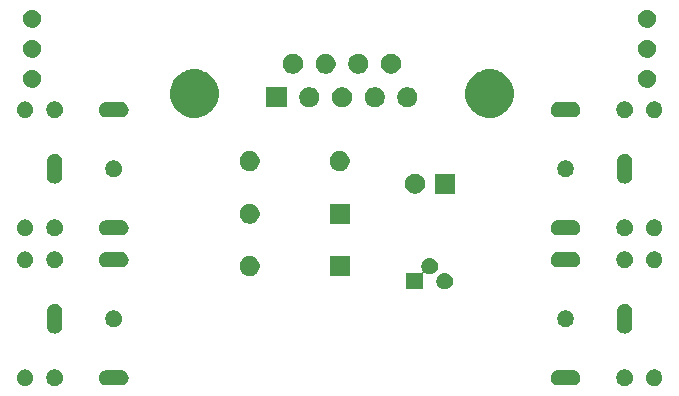
<source format=gbr>
G04 #@! TF.GenerationSoftware,KiCad,Pcbnew,(5.1.5)-3*
G04 #@! TF.CreationDate,2020-05-15T10:26:44+02:00*
G04 #@! TF.ProjectId,kenwood-tnc,6b656e77-6f6f-4642-9d74-6e632e6b6963,rev?*
G04 #@! TF.SameCoordinates,Original*
G04 #@! TF.FileFunction,Soldermask,Top*
G04 #@! TF.FilePolarity,Negative*
%FSLAX46Y46*%
G04 Gerber Fmt 4.6, Leading zero omitted, Abs format (unit mm)*
G04 Created by KiCad (PCBNEW (5.1.5)-3) date 2020-05-15 10:26:44*
%MOMM*%
%LPD*%
G04 APERTURE LIST*
%ADD10C,0.100000*%
G04 APERTURE END LIST*
D10*
G36*
X103034473Y-51315938D02*
G01*
X103162049Y-51368782D01*
X103276859Y-51445495D01*
X103374505Y-51543141D01*
X103451218Y-51657951D01*
X103504062Y-51785527D01*
X103531000Y-51920956D01*
X103531000Y-52059044D01*
X103504062Y-52194473D01*
X103451218Y-52322049D01*
X103374505Y-52436859D01*
X103276859Y-52534505D01*
X103162049Y-52611218D01*
X103034473Y-52664062D01*
X102899044Y-52691000D01*
X102760956Y-52691000D01*
X102625527Y-52664062D01*
X102497951Y-52611218D01*
X102383141Y-52534505D01*
X102285495Y-52436859D01*
X102208782Y-52322049D01*
X102155938Y-52194473D01*
X102129000Y-52059044D01*
X102129000Y-51920956D01*
X102155938Y-51785527D01*
X102208782Y-51657951D01*
X102285495Y-51543141D01*
X102383141Y-51445495D01*
X102497951Y-51368782D01*
X102625527Y-51315938D01*
X102760956Y-51289000D01*
X102899044Y-51289000D01*
X103034473Y-51315938D01*
G37*
G36*
X100534473Y-51315938D02*
G01*
X100662049Y-51368782D01*
X100776859Y-51445495D01*
X100874505Y-51543141D01*
X100951218Y-51657951D01*
X101004062Y-51785527D01*
X101031000Y-51920956D01*
X101031000Y-52059044D01*
X101004062Y-52194473D01*
X100951218Y-52322049D01*
X100874505Y-52436859D01*
X100776859Y-52534505D01*
X100662049Y-52611218D01*
X100534473Y-52664062D01*
X100399044Y-52691000D01*
X100260956Y-52691000D01*
X100125527Y-52664062D01*
X99997951Y-52611218D01*
X99883141Y-52534505D01*
X99785495Y-52436859D01*
X99708782Y-52322049D01*
X99655938Y-52194473D01*
X99629000Y-52059044D01*
X99629000Y-51920956D01*
X99655938Y-51785527D01*
X99708782Y-51657951D01*
X99785495Y-51543141D01*
X99883141Y-51445495D01*
X99997951Y-51368782D01*
X100125527Y-51315938D01*
X100260956Y-51289000D01*
X100399044Y-51289000D01*
X100534473Y-51315938D01*
G37*
G36*
X52274473Y-51315938D02*
G01*
X52402049Y-51368782D01*
X52516859Y-51445495D01*
X52614505Y-51543141D01*
X52691218Y-51657951D01*
X52744062Y-51785527D01*
X52771000Y-51920956D01*
X52771000Y-52059044D01*
X52744062Y-52194473D01*
X52691218Y-52322049D01*
X52614505Y-52436859D01*
X52516859Y-52534505D01*
X52402049Y-52611218D01*
X52274473Y-52664062D01*
X52139044Y-52691000D01*
X52000956Y-52691000D01*
X51865527Y-52664062D01*
X51737951Y-52611218D01*
X51623141Y-52534505D01*
X51525495Y-52436859D01*
X51448782Y-52322049D01*
X51395938Y-52194473D01*
X51369000Y-52059044D01*
X51369000Y-51920956D01*
X51395938Y-51785527D01*
X51448782Y-51657951D01*
X51525495Y-51543141D01*
X51623141Y-51445495D01*
X51737951Y-51368782D01*
X51865527Y-51315938D01*
X52000956Y-51289000D01*
X52139044Y-51289000D01*
X52274473Y-51315938D01*
G37*
G36*
X49774473Y-51315938D02*
G01*
X49902049Y-51368782D01*
X50016859Y-51445495D01*
X50114505Y-51543141D01*
X50191218Y-51657951D01*
X50244062Y-51785527D01*
X50271000Y-51920956D01*
X50271000Y-52059044D01*
X50244062Y-52194473D01*
X50191218Y-52322049D01*
X50114505Y-52436859D01*
X50016859Y-52534505D01*
X49902049Y-52611218D01*
X49774473Y-52664062D01*
X49639044Y-52691000D01*
X49500956Y-52691000D01*
X49365527Y-52664062D01*
X49237951Y-52611218D01*
X49123141Y-52534505D01*
X49025495Y-52436859D01*
X48948782Y-52322049D01*
X48895938Y-52194473D01*
X48869000Y-52059044D01*
X48869000Y-51920956D01*
X48895938Y-51785527D01*
X48948782Y-51657951D01*
X49025495Y-51543141D01*
X49123141Y-51445495D01*
X49237951Y-51368782D01*
X49365527Y-51315938D01*
X49500956Y-51289000D01*
X49639044Y-51289000D01*
X49774473Y-51315938D01*
G37*
G36*
X96062401Y-51344477D02*
G01*
X96185871Y-51381931D01*
X96223800Y-51402205D01*
X96299659Y-51442752D01*
X96399396Y-51524604D01*
X96481248Y-51624341D01*
X96499213Y-51657952D01*
X96542069Y-51738129D01*
X96579523Y-51861599D01*
X96592169Y-51990000D01*
X96579523Y-52118401D01*
X96542069Y-52241871D01*
X96521795Y-52279800D01*
X96481248Y-52355659D01*
X96399396Y-52455396D01*
X96299659Y-52537248D01*
X96223800Y-52577795D01*
X96185871Y-52598069D01*
X96062401Y-52635523D01*
X95966178Y-52645000D01*
X94693822Y-52645000D01*
X94597599Y-52635523D01*
X94474129Y-52598069D01*
X94436200Y-52577795D01*
X94360341Y-52537248D01*
X94260604Y-52455396D01*
X94178752Y-52355659D01*
X94138205Y-52279800D01*
X94117931Y-52241871D01*
X94080477Y-52118401D01*
X94067831Y-51990000D01*
X94080477Y-51861599D01*
X94117931Y-51738129D01*
X94160787Y-51657952D01*
X94178752Y-51624341D01*
X94260604Y-51524604D01*
X94360341Y-51442752D01*
X94436200Y-51402205D01*
X94474129Y-51381931D01*
X94597599Y-51344477D01*
X94693822Y-51335000D01*
X95966178Y-51335000D01*
X96062401Y-51344477D01*
G37*
G36*
X57802401Y-51344477D02*
G01*
X57925871Y-51381931D01*
X57963800Y-51402205D01*
X58039659Y-51442752D01*
X58139396Y-51524604D01*
X58221248Y-51624341D01*
X58239213Y-51657952D01*
X58282069Y-51738129D01*
X58319523Y-51861599D01*
X58332169Y-51990000D01*
X58319523Y-52118401D01*
X58282069Y-52241871D01*
X58261795Y-52279800D01*
X58221248Y-52355659D01*
X58139396Y-52455396D01*
X58039659Y-52537248D01*
X57963800Y-52577795D01*
X57925871Y-52598069D01*
X57802401Y-52635523D01*
X57706178Y-52645000D01*
X56433822Y-52645000D01*
X56337599Y-52635523D01*
X56214129Y-52598069D01*
X56176200Y-52577795D01*
X56100341Y-52537248D01*
X56000604Y-52455396D01*
X55918752Y-52355659D01*
X55878205Y-52279800D01*
X55857931Y-52241871D01*
X55820477Y-52118401D01*
X55807831Y-51990000D01*
X55820477Y-51861599D01*
X55857931Y-51738129D01*
X55900787Y-51657952D01*
X55918752Y-51624341D01*
X56000604Y-51524604D01*
X56100341Y-51442752D01*
X56176200Y-51402205D01*
X56214129Y-51381931D01*
X56337599Y-51344477D01*
X56433822Y-51335000D01*
X57706178Y-51335000D01*
X57802401Y-51344477D01*
G37*
G36*
X100458401Y-45740477D02*
G01*
X100581871Y-45777931D01*
X100619800Y-45798205D01*
X100695659Y-45838752D01*
X100795396Y-45920604D01*
X100877248Y-46020341D01*
X100917795Y-46096200D01*
X100938069Y-46134129D01*
X100975523Y-46257599D01*
X100985000Y-46353822D01*
X100985000Y-47626178D01*
X100975523Y-47722401D01*
X100938069Y-47845871D01*
X100917795Y-47883800D01*
X100877248Y-47959659D01*
X100795396Y-48059396D01*
X100695658Y-48141248D01*
X100642691Y-48169559D01*
X100581870Y-48202069D01*
X100458400Y-48239523D01*
X100330000Y-48252169D01*
X100201599Y-48239523D01*
X100078129Y-48202069D01*
X100040200Y-48181795D01*
X99964341Y-48141248D01*
X99864604Y-48059396D01*
X99782752Y-47959658D01*
X99721932Y-47845871D01*
X99721931Y-47845870D01*
X99684477Y-47722400D01*
X99675000Y-47626177D01*
X99675001Y-46353822D01*
X99684478Y-46257599D01*
X99721932Y-46134129D01*
X99742206Y-46096200D01*
X99782753Y-46020341D01*
X99864605Y-45920604D01*
X99964342Y-45838752D01*
X100040201Y-45798205D01*
X100078130Y-45777931D01*
X100201600Y-45740477D01*
X100330000Y-45727831D01*
X100458401Y-45740477D01*
G37*
G36*
X52198400Y-45740477D02*
G01*
X52321870Y-45777931D01*
X52382691Y-45810441D01*
X52435658Y-45838752D01*
X52535396Y-45920604D01*
X52617248Y-46020341D01*
X52657795Y-46096200D01*
X52678069Y-46134129D01*
X52715523Y-46257599D01*
X52725000Y-46353822D01*
X52725000Y-47626178D01*
X52715523Y-47722401D01*
X52678069Y-47845871D01*
X52657795Y-47883800D01*
X52617248Y-47959659D01*
X52535396Y-48059396D01*
X52435659Y-48141248D01*
X52359800Y-48181795D01*
X52321871Y-48202069D01*
X52198401Y-48239523D01*
X52070000Y-48252169D01*
X51941600Y-48239523D01*
X51818130Y-48202069D01*
X51780201Y-48181795D01*
X51704342Y-48141248D01*
X51604605Y-48059396D01*
X51522753Y-47959659D01*
X51482206Y-47883800D01*
X51461932Y-47845871D01*
X51424478Y-47722401D01*
X51415001Y-47626178D01*
X51415000Y-46353823D01*
X51424477Y-46257600D01*
X51461931Y-46134130D01*
X51494441Y-46073309D01*
X51522752Y-46020342D01*
X51604604Y-45920604D01*
X51704341Y-45838752D01*
X51780200Y-45798205D01*
X51818129Y-45777931D01*
X51941599Y-45740477D01*
X52070000Y-45727831D01*
X52198400Y-45740477D01*
G37*
G36*
X57274473Y-46315938D02*
G01*
X57402049Y-46368782D01*
X57516859Y-46445495D01*
X57614505Y-46543141D01*
X57691218Y-46657951D01*
X57744062Y-46785527D01*
X57771000Y-46920956D01*
X57771000Y-47059044D01*
X57744062Y-47194473D01*
X57691218Y-47322049D01*
X57614505Y-47436859D01*
X57516859Y-47534505D01*
X57402049Y-47611218D01*
X57274473Y-47664062D01*
X57139044Y-47691000D01*
X57000956Y-47691000D01*
X56865527Y-47664062D01*
X56737951Y-47611218D01*
X56623141Y-47534505D01*
X56525495Y-47436859D01*
X56448782Y-47322049D01*
X56395938Y-47194473D01*
X56369000Y-47059044D01*
X56369000Y-46920956D01*
X56395938Y-46785527D01*
X56448782Y-46657951D01*
X56525495Y-46543141D01*
X56623141Y-46445495D01*
X56737951Y-46368782D01*
X56865527Y-46315938D01*
X57000956Y-46289000D01*
X57139044Y-46289000D01*
X57274473Y-46315938D01*
G37*
G36*
X95534473Y-46315938D02*
G01*
X95662049Y-46368782D01*
X95776859Y-46445495D01*
X95874505Y-46543141D01*
X95951218Y-46657951D01*
X96004062Y-46785527D01*
X96031000Y-46920956D01*
X96031000Y-47059044D01*
X96004062Y-47194473D01*
X95951218Y-47322049D01*
X95874505Y-47436859D01*
X95776859Y-47534505D01*
X95662049Y-47611218D01*
X95534473Y-47664062D01*
X95399044Y-47691000D01*
X95260956Y-47691000D01*
X95125527Y-47664062D01*
X94997951Y-47611218D01*
X94883141Y-47534505D01*
X94785495Y-47436859D01*
X94708782Y-47322049D01*
X94655938Y-47194473D01*
X94629000Y-47059044D01*
X94629000Y-46920956D01*
X94655938Y-46785527D01*
X94708782Y-46657951D01*
X94785495Y-46543141D01*
X94883141Y-46445495D01*
X94997951Y-46368782D01*
X95125527Y-46315938D01*
X95260956Y-46289000D01*
X95399044Y-46289000D01*
X95534473Y-46315938D01*
G37*
G36*
X85294473Y-43140938D02*
G01*
X85422049Y-43193782D01*
X85536859Y-43270495D01*
X85634505Y-43368141D01*
X85711218Y-43482951D01*
X85764062Y-43610527D01*
X85791000Y-43745956D01*
X85791000Y-43884044D01*
X85764062Y-44019473D01*
X85711218Y-44147049D01*
X85634505Y-44261859D01*
X85536859Y-44359505D01*
X85422049Y-44436218D01*
X85294473Y-44489062D01*
X85159044Y-44516000D01*
X85020956Y-44516000D01*
X84885527Y-44489062D01*
X84757951Y-44436218D01*
X84643141Y-44359505D01*
X84545495Y-44261859D01*
X84468782Y-44147049D01*
X84415938Y-44019473D01*
X84389000Y-43884044D01*
X84389000Y-43745956D01*
X84415938Y-43610527D01*
X84468782Y-43482951D01*
X84545495Y-43368141D01*
X84643141Y-43270495D01*
X84757951Y-43193782D01*
X84885527Y-43140938D01*
X85020956Y-43114000D01*
X85159044Y-43114000D01*
X85294473Y-43140938D01*
G37*
G36*
X84024473Y-41870938D02*
G01*
X84152049Y-41923782D01*
X84266859Y-42000495D01*
X84364505Y-42098141D01*
X84441218Y-42212951D01*
X84494062Y-42340527D01*
X84521000Y-42475956D01*
X84521000Y-42614044D01*
X84494062Y-42749473D01*
X84441218Y-42877049D01*
X84364505Y-42991859D01*
X84266859Y-43089505D01*
X84152049Y-43166218D01*
X84024473Y-43219062D01*
X83889044Y-43246000D01*
X83750956Y-43246000D01*
X83615527Y-43219062D01*
X83487951Y-43166218D01*
X83445444Y-43137816D01*
X83423833Y-43126265D01*
X83400384Y-43119152D01*
X83375998Y-43116750D01*
X83351612Y-43119152D01*
X83328163Y-43126265D01*
X83306553Y-43137817D01*
X83287611Y-43153362D01*
X83272066Y-43172304D01*
X83260515Y-43193915D01*
X83253402Y-43217364D01*
X83251000Y-43241749D01*
X83251000Y-44516000D01*
X81849000Y-44516000D01*
X81849000Y-43114000D01*
X83123251Y-43114000D01*
X83147637Y-43111598D01*
X83171086Y-43104485D01*
X83192697Y-43092934D01*
X83211639Y-43077389D01*
X83227184Y-43058447D01*
X83238735Y-43036836D01*
X83245848Y-43013387D01*
X83248250Y-42989001D01*
X83245848Y-42964615D01*
X83238735Y-42941166D01*
X83227184Y-42919556D01*
X83198782Y-42877049D01*
X83145938Y-42749473D01*
X83119000Y-42614044D01*
X83119000Y-42475956D01*
X83145938Y-42340527D01*
X83198782Y-42212951D01*
X83275495Y-42098141D01*
X83373141Y-42000495D01*
X83487951Y-41923782D01*
X83615527Y-41870938D01*
X83750956Y-41844000D01*
X83889044Y-41844000D01*
X84024473Y-41870938D01*
G37*
G36*
X77051000Y-43396000D02*
G01*
X75349000Y-43396000D01*
X75349000Y-41694000D01*
X77051000Y-41694000D01*
X77051000Y-43396000D01*
G37*
G36*
X68828228Y-41726703D02*
G01*
X68983100Y-41790853D01*
X69122481Y-41883985D01*
X69241015Y-42002519D01*
X69334147Y-42141900D01*
X69398297Y-42296772D01*
X69431000Y-42461184D01*
X69431000Y-42628816D01*
X69398297Y-42793228D01*
X69334147Y-42948100D01*
X69241015Y-43087481D01*
X69122481Y-43206015D01*
X68983100Y-43299147D01*
X68828228Y-43363297D01*
X68663816Y-43396000D01*
X68496184Y-43396000D01*
X68331772Y-43363297D01*
X68176900Y-43299147D01*
X68037519Y-43206015D01*
X67918985Y-43087481D01*
X67825853Y-42948100D01*
X67761703Y-42793228D01*
X67729000Y-42628816D01*
X67729000Y-42461184D01*
X67761703Y-42296772D01*
X67825853Y-42141900D01*
X67918985Y-42002519D01*
X68037519Y-41883985D01*
X68176900Y-41790853D01*
X68331772Y-41726703D01*
X68496184Y-41694000D01*
X68663816Y-41694000D01*
X68828228Y-41726703D01*
G37*
G36*
X100534473Y-41315938D02*
G01*
X100662049Y-41368782D01*
X100776859Y-41445495D01*
X100874505Y-41543141D01*
X100951218Y-41657951D01*
X101004062Y-41785527D01*
X101031000Y-41920956D01*
X101031000Y-42059044D01*
X101004062Y-42194473D01*
X100951218Y-42322049D01*
X100874505Y-42436859D01*
X100776859Y-42534505D01*
X100662049Y-42611218D01*
X100534473Y-42664062D01*
X100399044Y-42691000D01*
X100260956Y-42691000D01*
X100125527Y-42664062D01*
X99997951Y-42611218D01*
X99883141Y-42534505D01*
X99785495Y-42436859D01*
X99708782Y-42322049D01*
X99655938Y-42194473D01*
X99629000Y-42059044D01*
X99629000Y-41920956D01*
X99655938Y-41785527D01*
X99708782Y-41657951D01*
X99785495Y-41543141D01*
X99883141Y-41445495D01*
X99997951Y-41368782D01*
X100125527Y-41315938D01*
X100260956Y-41289000D01*
X100399044Y-41289000D01*
X100534473Y-41315938D01*
G37*
G36*
X52274473Y-41315938D02*
G01*
X52402049Y-41368782D01*
X52516859Y-41445495D01*
X52614505Y-41543141D01*
X52691218Y-41657951D01*
X52744062Y-41785527D01*
X52771000Y-41920956D01*
X52771000Y-42059044D01*
X52744062Y-42194473D01*
X52691218Y-42322049D01*
X52614505Y-42436859D01*
X52516859Y-42534505D01*
X52402049Y-42611218D01*
X52274473Y-42664062D01*
X52139044Y-42691000D01*
X52000956Y-42691000D01*
X51865527Y-42664062D01*
X51737951Y-42611218D01*
X51623141Y-42534505D01*
X51525495Y-42436859D01*
X51448782Y-42322049D01*
X51395938Y-42194473D01*
X51369000Y-42059044D01*
X51369000Y-41920956D01*
X51395938Y-41785527D01*
X51448782Y-41657951D01*
X51525495Y-41543141D01*
X51623141Y-41445495D01*
X51737951Y-41368782D01*
X51865527Y-41315938D01*
X52000956Y-41289000D01*
X52139044Y-41289000D01*
X52274473Y-41315938D01*
G37*
G36*
X49774473Y-41315938D02*
G01*
X49902049Y-41368782D01*
X50016859Y-41445495D01*
X50114505Y-41543141D01*
X50191218Y-41657951D01*
X50244062Y-41785527D01*
X50271000Y-41920956D01*
X50271000Y-42059044D01*
X50244062Y-42194473D01*
X50191218Y-42322049D01*
X50114505Y-42436859D01*
X50016859Y-42534505D01*
X49902049Y-42611218D01*
X49774473Y-42664062D01*
X49639044Y-42691000D01*
X49500956Y-42691000D01*
X49365527Y-42664062D01*
X49237951Y-42611218D01*
X49123141Y-42534505D01*
X49025495Y-42436859D01*
X48948782Y-42322049D01*
X48895938Y-42194473D01*
X48869000Y-42059044D01*
X48869000Y-41920956D01*
X48895938Y-41785527D01*
X48948782Y-41657951D01*
X49025495Y-41543141D01*
X49123141Y-41445495D01*
X49237951Y-41368782D01*
X49365527Y-41315938D01*
X49500956Y-41289000D01*
X49639044Y-41289000D01*
X49774473Y-41315938D01*
G37*
G36*
X103034473Y-41315938D02*
G01*
X103162049Y-41368782D01*
X103276859Y-41445495D01*
X103374505Y-41543141D01*
X103451218Y-41657951D01*
X103504062Y-41785527D01*
X103531000Y-41920956D01*
X103531000Y-42059044D01*
X103504062Y-42194473D01*
X103451218Y-42322049D01*
X103374505Y-42436859D01*
X103276859Y-42534505D01*
X103162049Y-42611218D01*
X103034473Y-42664062D01*
X102899044Y-42691000D01*
X102760956Y-42691000D01*
X102625527Y-42664062D01*
X102497951Y-42611218D01*
X102383141Y-42534505D01*
X102285495Y-42436859D01*
X102208782Y-42322049D01*
X102155938Y-42194473D01*
X102129000Y-42059044D01*
X102129000Y-41920956D01*
X102155938Y-41785527D01*
X102208782Y-41657951D01*
X102285495Y-41543141D01*
X102383141Y-41445495D01*
X102497951Y-41368782D01*
X102625527Y-41315938D01*
X102760956Y-41289000D01*
X102899044Y-41289000D01*
X103034473Y-41315938D01*
G37*
G36*
X96062401Y-41344477D02*
G01*
X96185871Y-41381931D01*
X96223800Y-41402205D01*
X96299659Y-41442752D01*
X96399396Y-41524604D01*
X96481248Y-41624341D01*
X96499213Y-41657952D01*
X96542069Y-41738129D01*
X96579523Y-41861599D01*
X96592169Y-41990000D01*
X96579523Y-42118401D01*
X96542069Y-42241871D01*
X96521795Y-42279800D01*
X96481248Y-42355659D01*
X96399396Y-42455396D01*
X96299659Y-42537248D01*
X96223800Y-42577795D01*
X96185871Y-42598069D01*
X96062401Y-42635523D01*
X95966178Y-42645000D01*
X94693822Y-42645000D01*
X94597599Y-42635523D01*
X94474129Y-42598069D01*
X94436200Y-42577795D01*
X94360341Y-42537248D01*
X94260604Y-42455396D01*
X94178752Y-42355659D01*
X94138205Y-42279800D01*
X94117931Y-42241871D01*
X94080477Y-42118401D01*
X94067831Y-41990000D01*
X94080477Y-41861599D01*
X94117931Y-41738129D01*
X94160787Y-41657952D01*
X94178752Y-41624341D01*
X94260604Y-41524604D01*
X94360341Y-41442752D01*
X94436200Y-41402205D01*
X94474129Y-41381931D01*
X94597599Y-41344477D01*
X94693822Y-41335000D01*
X95966178Y-41335000D01*
X96062401Y-41344477D01*
G37*
G36*
X57802401Y-41344477D02*
G01*
X57925871Y-41381931D01*
X57963800Y-41402205D01*
X58039659Y-41442752D01*
X58139396Y-41524604D01*
X58221248Y-41624341D01*
X58239213Y-41657952D01*
X58282069Y-41738129D01*
X58319523Y-41861599D01*
X58332169Y-41990000D01*
X58319523Y-42118401D01*
X58282069Y-42241871D01*
X58261795Y-42279800D01*
X58221248Y-42355659D01*
X58139396Y-42455396D01*
X58039659Y-42537248D01*
X57963800Y-42577795D01*
X57925871Y-42598069D01*
X57802401Y-42635523D01*
X57706178Y-42645000D01*
X56433822Y-42645000D01*
X56337599Y-42635523D01*
X56214129Y-42598069D01*
X56176200Y-42577795D01*
X56100341Y-42537248D01*
X56000604Y-42455396D01*
X55918752Y-42355659D01*
X55878205Y-42279800D01*
X55857931Y-42241871D01*
X55820477Y-42118401D01*
X55807831Y-41990000D01*
X55820477Y-41861599D01*
X55857931Y-41738129D01*
X55900787Y-41657952D01*
X55918752Y-41624341D01*
X56000604Y-41524604D01*
X56100341Y-41442752D01*
X56176200Y-41402205D01*
X56214129Y-41381931D01*
X56337599Y-41344477D01*
X56433822Y-41335000D01*
X57706178Y-41335000D01*
X57802401Y-41344477D01*
G37*
G36*
X49774473Y-38615938D02*
G01*
X49902049Y-38668782D01*
X50016859Y-38745495D01*
X50114505Y-38843141D01*
X50191218Y-38957951D01*
X50244062Y-39085527D01*
X50271000Y-39220956D01*
X50271000Y-39359044D01*
X50244062Y-39494473D01*
X50191218Y-39622049D01*
X50114505Y-39736859D01*
X50016859Y-39834505D01*
X49902049Y-39911218D01*
X49774473Y-39964062D01*
X49639044Y-39991000D01*
X49500956Y-39991000D01*
X49365527Y-39964062D01*
X49237951Y-39911218D01*
X49123141Y-39834505D01*
X49025495Y-39736859D01*
X48948782Y-39622049D01*
X48895938Y-39494473D01*
X48869000Y-39359044D01*
X48869000Y-39220956D01*
X48895938Y-39085527D01*
X48948782Y-38957951D01*
X49025495Y-38843141D01*
X49123141Y-38745495D01*
X49237951Y-38668782D01*
X49365527Y-38615938D01*
X49500956Y-38589000D01*
X49639044Y-38589000D01*
X49774473Y-38615938D01*
G37*
G36*
X103034473Y-38615938D02*
G01*
X103162049Y-38668782D01*
X103276859Y-38745495D01*
X103374505Y-38843141D01*
X103451218Y-38957951D01*
X103504062Y-39085527D01*
X103531000Y-39220956D01*
X103531000Y-39359044D01*
X103504062Y-39494473D01*
X103451218Y-39622049D01*
X103374505Y-39736859D01*
X103276859Y-39834505D01*
X103162049Y-39911218D01*
X103034473Y-39964062D01*
X102899044Y-39991000D01*
X102760956Y-39991000D01*
X102625527Y-39964062D01*
X102497951Y-39911218D01*
X102383141Y-39834505D01*
X102285495Y-39736859D01*
X102208782Y-39622049D01*
X102155938Y-39494473D01*
X102129000Y-39359044D01*
X102129000Y-39220956D01*
X102155938Y-39085527D01*
X102208782Y-38957951D01*
X102285495Y-38843141D01*
X102383141Y-38745495D01*
X102497951Y-38668782D01*
X102625527Y-38615938D01*
X102760956Y-38589000D01*
X102899044Y-38589000D01*
X103034473Y-38615938D01*
G37*
G36*
X52274473Y-38615938D02*
G01*
X52402049Y-38668782D01*
X52516859Y-38745495D01*
X52614505Y-38843141D01*
X52691218Y-38957951D01*
X52744062Y-39085527D01*
X52771000Y-39220956D01*
X52771000Y-39359044D01*
X52744062Y-39494473D01*
X52691218Y-39622049D01*
X52614505Y-39736859D01*
X52516859Y-39834505D01*
X52402049Y-39911218D01*
X52274473Y-39964062D01*
X52139044Y-39991000D01*
X52000956Y-39991000D01*
X51865527Y-39964062D01*
X51737951Y-39911218D01*
X51623141Y-39834505D01*
X51525495Y-39736859D01*
X51448782Y-39622049D01*
X51395938Y-39494473D01*
X51369000Y-39359044D01*
X51369000Y-39220956D01*
X51395938Y-39085527D01*
X51448782Y-38957951D01*
X51525495Y-38843141D01*
X51623141Y-38745495D01*
X51737951Y-38668782D01*
X51865527Y-38615938D01*
X52000956Y-38589000D01*
X52139044Y-38589000D01*
X52274473Y-38615938D01*
G37*
G36*
X100534473Y-38615938D02*
G01*
X100662049Y-38668782D01*
X100776859Y-38745495D01*
X100874505Y-38843141D01*
X100951218Y-38957951D01*
X101004062Y-39085527D01*
X101031000Y-39220956D01*
X101031000Y-39359044D01*
X101004062Y-39494473D01*
X100951218Y-39622049D01*
X100874505Y-39736859D01*
X100776859Y-39834505D01*
X100662049Y-39911218D01*
X100534473Y-39964062D01*
X100399044Y-39991000D01*
X100260956Y-39991000D01*
X100125527Y-39964062D01*
X99997951Y-39911218D01*
X99883141Y-39834505D01*
X99785495Y-39736859D01*
X99708782Y-39622049D01*
X99655938Y-39494473D01*
X99629000Y-39359044D01*
X99629000Y-39220956D01*
X99655938Y-39085527D01*
X99708782Y-38957951D01*
X99785495Y-38843141D01*
X99883141Y-38745495D01*
X99997951Y-38668782D01*
X100125527Y-38615938D01*
X100260956Y-38589000D01*
X100399044Y-38589000D01*
X100534473Y-38615938D01*
G37*
G36*
X96062401Y-38644477D02*
G01*
X96185871Y-38681931D01*
X96223800Y-38702205D01*
X96299659Y-38742752D01*
X96399396Y-38824604D01*
X96481248Y-38924341D01*
X96499213Y-38957952D01*
X96542069Y-39038129D01*
X96579523Y-39161599D01*
X96592169Y-39290000D01*
X96579523Y-39418401D01*
X96542069Y-39541871D01*
X96521795Y-39579800D01*
X96481248Y-39655659D01*
X96399396Y-39755396D01*
X96299659Y-39837248D01*
X96223800Y-39877795D01*
X96185871Y-39898069D01*
X96062401Y-39935523D01*
X95966178Y-39945000D01*
X94693822Y-39945000D01*
X94597599Y-39935523D01*
X94474129Y-39898069D01*
X94436200Y-39877795D01*
X94360341Y-39837248D01*
X94260604Y-39755396D01*
X94178752Y-39655659D01*
X94138205Y-39579800D01*
X94117931Y-39541871D01*
X94080477Y-39418401D01*
X94067831Y-39290000D01*
X94080477Y-39161599D01*
X94117931Y-39038129D01*
X94160787Y-38957952D01*
X94178752Y-38924341D01*
X94260604Y-38824604D01*
X94360341Y-38742752D01*
X94436200Y-38702205D01*
X94474129Y-38681931D01*
X94597599Y-38644477D01*
X94693822Y-38635000D01*
X95966178Y-38635000D01*
X96062401Y-38644477D01*
G37*
G36*
X57802401Y-38644477D02*
G01*
X57925871Y-38681931D01*
X57963800Y-38702205D01*
X58039659Y-38742752D01*
X58139396Y-38824604D01*
X58221248Y-38924341D01*
X58239213Y-38957952D01*
X58282069Y-39038129D01*
X58319523Y-39161599D01*
X58332169Y-39290000D01*
X58319523Y-39418401D01*
X58282069Y-39541871D01*
X58261795Y-39579800D01*
X58221248Y-39655659D01*
X58139396Y-39755396D01*
X58039659Y-39837248D01*
X57963800Y-39877795D01*
X57925871Y-39898069D01*
X57802401Y-39935523D01*
X57706178Y-39945000D01*
X56433822Y-39945000D01*
X56337599Y-39935523D01*
X56214129Y-39898069D01*
X56176200Y-39877795D01*
X56100341Y-39837248D01*
X56000604Y-39755396D01*
X55918752Y-39655659D01*
X55878205Y-39579800D01*
X55857931Y-39541871D01*
X55820477Y-39418401D01*
X55807831Y-39290000D01*
X55820477Y-39161599D01*
X55857931Y-39038129D01*
X55900787Y-38957952D01*
X55918752Y-38924341D01*
X56000604Y-38824604D01*
X56100341Y-38742752D01*
X56176200Y-38702205D01*
X56214129Y-38681931D01*
X56337599Y-38644477D01*
X56433822Y-38635000D01*
X57706178Y-38635000D01*
X57802401Y-38644477D01*
G37*
G36*
X77051000Y-38951000D02*
G01*
X75349000Y-38951000D01*
X75349000Y-37249000D01*
X77051000Y-37249000D01*
X77051000Y-38951000D01*
G37*
G36*
X68828228Y-37281703D02*
G01*
X68983100Y-37345853D01*
X69122481Y-37438985D01*
X69241015Y-37557519D01*
X69334147Y-37696900D01*
X69398297Y-37851772D01*
X69431000Y-38016184D01*
X69431000Y-38183816D01*
X69398297Y-38348228D01*
X69334147Y-38503100D01*
X69241015Y-38642481D01*
X69122481Y-38761015D01*
X68983100Y-38854147D01*
X68828228Y-38918297D01*
X68663816Y-38951000D01*
X68496184Y-38951000D01*
X68331772Y-38918297D01*
X68176900Y-38854147D01*
X68037519Y-38761015D01*
X67918985Y-38642481D01*
X67825853Y-38503100D01*
X67761703Y-38348228D01*
X67729000Y-38183816D01*
X67729000Y-38016184D01*
X67761703Y-37851772D01*
X67825853Y-37696900D01*
X67918985Y-37557519D01*
X68037519Y-37438985D01*
X68176900Y-37345853D01*
X68331772Y-37281703D01*
X68496184Y-37249000D01*
X68663816Y-37249000D01*
X68828228Y-37281703D01*
G37*
G36*
X85941000Y-36411000D02*
G01*
X84239000Y-36411000D01*
X84239000Y-34709000D01*
X85941000Y-34709000D01*
X85941000Y-36411000D01*
G37*
G36*
X82838228Y-34741703D02*
G01*
X82993100Y-34805853D01*
X83132481Y-34898985D01*
X83251015Y-35017519D01*
X83344147Y-35156900D01*
X83408297Y-35311772D01*
X83441000Y-35476184D01*
X83441000Y-35643816D01*
X83408297Y-35808228D01*
X83344147Y-35963100D01*
X83251015Y-36102481D01*
X83132481Y-36221015D01*
X82993100Y-36314147D01*
X82838228Y-36378297D01*
X82673816Y-36411000D01*
X82506184Y-36411000D01*
X82341772Y-36378297D01*
X82186900Y-36314147D01*
X82047519Y-36221015D01*
X81928985Y-36102481D01*
X81835853Y-35963100D01*
X81771703Y-35808228D01*
X81739000Y-35643816D01*
X81739000Y-35476184D01*
X81771703Y-35311772D01*
X81835853Y-35156900D01*
X81928985Y-35017519D01*
X82047519Y-34898985D01*
X82186900Y-34805853D01*
X82341772Y-34741703D01*
X82506184Y-34709000D01*
X82673816Y-34709000D01*
X82838228Y-34741703D01*
G37*
G36*
X100458401Y-33040477D02*
G01*
X100581871Y-33077931D01*
X100619800Y-33098205D01*
X100695659Y-33138752D01*
X100795396Y-33220604D01*
X100877248Y-33320341D01*
X100917795Y-33396200D01*
X100938069Y-33434129D01*
X100975523Y-33557599D01*
X100985000Y-33653822D01*
X100985000Y-34926178D01*
X100975523Y-35022401D01*
X100938069Y-35145871D01*
X100932172Y-35156903D01*
X100877248Y-35259659D01*
X100795396Y-35359396D01*
X100695658Y-35441248D01*
X100642691Y-35469559D01*
X100581870Y-35502069D01*
X100458400Y-35539523D01*
X100330000Y-35552169D01*
X100201599Y-35539523D01*
X100078129Y-35502069D01*
X100029702Y-35476184D01*
X99964341Y-35441248D01*
X99864604Y-35359396D01*
X99782752Y-35259658D01*
X99754441Y-35206691D01*
X99721931Y-35145870D01*
X99684477Y-35022400D01*
X99675000Y-34926177D01*
X99675001Y-33653822D01*
X99684478Y-33557599D01*
X99721932Y-33434129D01*
X99742206Y-33396200D01*
X99782753Y-33320341D01*
X99864605Y-33220604D01*
X99964342Y-33138752D01*
X100040201Y-33098205D01*
X100078130Y-33077931D01*
X100201600Y-33040477D01*
X100330000Y-33027831D01*
X100458401Y-33040477D01*
G37*
G36*
X52198400Y-33040477D02*
G01*
X52321870Y-33077931D01*
X52382691Y-33110441D01*
X52435658Y-33138752D01*
X52535396Y-33220604D01*
X52617248Y-33320341D01*
X52657795Y-33396200D01*
X52678069Y-33434129D01*
X52715523Y-33557599D01*
X52725000Y-33653822D01*
X52725000Y-34926178D01*
X52715523Y-35022401D01*
X52678069Y-35145871D01*
X52672172Y-35156903D01*
X52617248Y-35259659D01*
X52535396Y-35359396D01*
X52435659Y-35441248D01*
X52370298Y-35476184D01*
X52321871Y-35502069D01*
X52198401Y-35539523D01*
X52070000Y-35552169D01*
X51941600Y-35539523D01*
X51818130Y-35502069D01*
X51769703Y-35476184D01*
X51704342Y-35441248D01*
X51604605Y-35359396D01*
X51522753Y-35259659D01*
X51467829Y-35156903D01*
X51461932Y-35145871D01*
X51424478Y-35022401D01*
X51415001Y-34926178D01*
X51415000Y-33653823D01*
X51424477Y-33557600D01*
X51461931Y-33434130D01*
X51494441Y-33373309D01*
X51522752Y-33320342D01*
X51604604Y-33220604D01*
X51704341Y-33138752D01*
X51780200Y-33098205D01*
X51818129Y-33077931D01*
X51941599Y-33040477D01*
X52070000Y-33027831D01*
X52198400Y-33040477D01*
G37*
G36*
X95534473Y-33615938D02*
G01*
X95662049Y-33668782D01*
X95776859Y-33745495D01*
X95874505Y-33843141D01*
X95951218Y-33957951D01*
X96004062Y-34085527D01*
X96031000Y-34220956D01*
X96031000Y-34359044D01*
X96004062Y-34494473D01*
X95951218Y-34622049D01*
X95874505Y-34736859D01*
X95776859Y-34834505D01*
X95662049Y-34911218D01*
X95534473Y-34964062D01*
X95399044Y-34991000D01*
X95260956Y-34991000D01*
X95125527Y-34964062D01*
X94997951Y-34911218D01*
X94883141Y-34834505D01*
X94785495Y-34736859D01*
X94708782Y-34622049D01*
X94655938Y-34494473D01*
X94629000Y-34359044D01*
X94629000Y-34220956D01*
X94655938Y-34085527D01*
X94708782Y-33957951D01*
X94785495Y-33843141D01*
X94883141Y-33745495D01*
X94997951Y-33668782D01*
X95125527Y-33615938D01*
X95260956Y-33589000D01*
X95399044Y-33589000D01*
X95534473Y-33615938D01*
G37*
G36*
X57274473Y-33615938D02*
G01*
X57402049Y-33668782D01*
X57516859Y-33745495D01*
X57614505Y-33843141D01*
X57691218Y-33957951D01*
X57744062Y-34085527D01*
X57771000Y-34220956D01*
X57771000Y-34359044D01*
X57744062Y-34494473D01*
X57691218Y-34622049D01*
X57614505Y-34736859D01*
X57516859Y-34834505D01*
X57402049Y-34911218D01*
X57274473Y-34964062D01*
X57139044Y-34991000D01*
X57000956Y-34991000D01*
X56865527Y-34964062D01*
X56737951Y-34911218D01*
X56623141Y-34834505D01*
X56525495Y-34736859D01*
X56448782Y-34622049D01*
X56395938Y-34494473D01*
X56369000Y-34359044D01*
X56369000Y-34220956D01*
X56395938Y-34085527D01*
X56448782Y-33957951D01*
X56525495Y-33843141D01*
X56623141Y-33745495D01*
X56737951Y-33668782D01*
X56865527Y-33615938D01*
X57000956Y-33589000D01*
X57139044Y-33589000D01*
X57274473Y-33615938D01*
G37*
G36*
X76448228Y-32836703D02*
G01*
X76603100Y-32900853D01*
X76742481Y-32993985D01*
X76861015Y-33112519D01*
X76954147Y-33251900D01*
X77018297Y-33406772D01*
X77051000Y-33571184D01*
X77051000Y-33738816D01*
X77018297Y-33903228D01*
X76954147Y-34058100D01*
X76861015Y-34197481D01*
X76742481Y-34316015D01*
X76603100Y-34409147D01*
X76448228Y-34473297D01*
X76283816Y-34506000D01*
X76116184Y-34506000D01*
X75951772Y-34473297D01*
X75796900Y-34409147D01*
X75657519Y-34316015D01*
X75538985Y-34197481D01*
X75445853Y-34058100D01*
X75381703Y-33903228D01*
X75349000Y-33738816D01*
X75349000Y-33571184D01*
X75381703Y-33406772D01*
X75445853Y-33251900D01*
X75538985Y-33112519D01*
X75657519Y-32993985D01*
X75796900Y-32900853D01*
X75951772Y-32836703D01*
X76116184Y-32804000D01*
X76283816Y-32804000D01*
X76448228Y-32836703D01*
G37*
G36*
X68828228Y-32836703D02*
G01*
X68983100Y-32900853D01*
X69122481Y-32993985D01*
X69241015Y-33112519D01*
X69334147Y-33251900D01*
X69398297Y-33406772D01*
X69431000Y-33571184D01*
X69431000Y-33738816D01*
X69398297Y-33903228D01*
X69334147Y-34058100D01*
X69241015Y-34197481D01*
X69122481Y-34316015D01*
X68983100Y-34409147D01*
X68828228Y-34473297D01*
X68663816Y-34506000D01*
X68496184Y-34506000D01*
X68331772Y-34473297D01*
X68176900Y-34409147D01*
X68037519Y-34316015D01*
X67918985Y-34197481D01*
X67825853Y-34058100D01*
X67761703Y-33903228D01*
X67729000Y-33738816D01*
X67729000Y-33571184D01*
X67761703Y-33406772D01*
X67825853Y-33251900D01*
X67918985Y-33112519D01*
X68037519Y-32993985D01*
X68176900Y-32900853D01*
X68331772Y-32836703D01*
X68496184Y-32804000D01*
X68663816Y-32804000D01*
X68828228Y-32836703D01*
G37*
G36*
X52274473Y-28615938D02*
G01*
X52402049Y-28668782D01*
X52516859Y-28745495D01*
X52614505Y-28843141D01*
X52691218Y-28957951D01*
X52744062Y-29085527D01*
X52771000Y-29220956D01*
X52771000Y-29359044D01*
X52744062Y-29494473D01*
X52691218Y-29622049D01*
X52614505Y-29736859D01*
X52516859Y-29834505D01*
X52402049Y-29911218D01*
X52274473Y-29964062D01*
X52139044Y-29991000D01*
X52000956Y-29991000D01*
X51865527Y-29964062D01*
X51737951Y-29911218D01*
X51623141Y-29834505D01*
X51525495Y-29736859D01*
X51448782Y-29622049D01*
X51395938Y-29494473D01*
X51369000Y-29359044D01*
X51369000Y-29220956D01*
X51395938Y-29085527D01*
X51448782Y-28957951D01*
X51525495Y-28843141D01*
X51623141Y-28745495D01*
X51737951Y-28668782D01*
X51865527Y-28615938D01*
X52000956Y-28589000D01*
X52139044Y-28589000D01*
X52274473Y-28615938D01*
G37*
G36*
X103034473Y-28615938D02*
G01*
X103162049Y-28668782D01*
X103276859Y-28745495D01*
X103374505Y-28843141D01*
X103451218Y-28957951D01*
X103504062Y-29085527D01*
X103531000Y-29220956D01*
X103531000Y-29359044D01*
X103504062Y-29494473D01*
X103451218Y-29622049D01*
X103374505Y-29736859D01*
X103276859Y-29834505D01*
X103162049Y-29911218D01*
X103034473Y-29964062D01*
X102899044Y-29991000D01*
X102760956Y-29991000D01*
X102625527Y-29964062D01*
X102497951Y-29911218D01*
X102383141Y-29834505D01*
X102285495Y-29736859D01*
X102208782Y-29622049D01*
X102155938Y-29494473D01*
X102129000Y-29359044D01*
X102129000Y-29220956D01*
X102155938Y-29085527D01*
X102208782Y-28957951D01*
X102285495Y-28843141D01*
X102383141Y-28745495D01*
X102497951Y-28668782D01*
X102625527Y-28615938D01*
X102760956Y-28589000D01*
X102899044Y-28589000D01*
X103034473Y-28615938D01*
G37*
G36*
X100534473Y-28615938D02*
G01*
X100662049Y-28668782D01*
X100776859Y-28745495D01*
X100874505Y-28843141D01*
X100951218Y-28957951D01*
X101004062Y-29085527D01*
X101031000Y-29220956D01*
X101031000Y-29359044D01*
X101004062Y-29494473D01*
X100951218Y-29622049D01*
X100874505Y-29736859D01*
X100776859Y-29834505D01*
X100662049Y-29911218D01*
X100534473Y-29964062D01*
X100399044Y-29991000D01*
X100260956Y-29991000D01*
X100125527Y-29964062D01*
X99997951Y-29911218D01*
X99883141Y-29834505D01*
X99785495Y-29736859D01*
X99708782Y-29622049D01*
X99655938Y-29494473D01*
X99629000Y-29359044D01*
X99629000Y-29220956D01*
X99655938Y-29085527D01*
X99708782Y-28957951D01*
X99785495Y-28843141D01*
X99883141Y-28745495D01*
X99997951Y-28668782D01*
X100125527Y-28615938D01*
X100260956Y-28589000D01*
X100399044Y-28589000D01*
X100534473Y-28615938D01*
G37*
G36*
X49774473Y-28615938D02*
G01*
X49902049Y-28668782D01*
X50016859Y-28745495D01*
X50114505Y-28843141D01*
X50191218Y-28957951D01*
X50244062Y-29085527D01*
X50271000Y-29220956D01*
X50271000Y-29359044D01*
X50244062Y-29494473D01*
X50191218Y-29622049D01*
X50114505Y-29736859D01*
X50016859Y-29834505D01*
X49902049Y-29911218D01*
X49774473Y-29964062D01*
X49639044Y-29991000D01*
X49500956Y-29991000D01*
X49365527Y-29964062D01*
X49237951Y-29911218D01*
X49123141Y-29834505D01*
X49025495Y-29736859D01*
X48948782Y-29622049D01*
X48895938Y-29494473D01*
X48869000Y-29359044D01*
X48869000Y-29220956D01*
X48895938Y-29085527D01*
X48948782Y-28957951D01*
X49025495Y-28843141D01*
X49123141Y-28745495D01*
X49237951Y-28668782D01*
X49365527Y-28615938D01*
X49500956Y-28589000D01*
X49639044Y-28589000D01*
X49774473Y-28615938D01*
G37*
G36*
X64498254Y-25967818D02*
G01*
X64747659Y-26071125D01*
X64871513Y-26122427D01*
X65207436Y-26346884D01*
X65493116Y-26632564D01*
X65668398Y-26894891D01*
X65717574Y-26968489D01*
X65872182Y-27341746D01*
X65951000Y-27737993D01*
X65951000Y-28142007D01*
X65872182Y-28538254D01*
X65717574Y-28911511D01*
X65717573Y-28911513D01*
X65493116Y-29247436D01*
X65207436Y-29533116D01*
X64871513Y-29757573D01*
X64871512Y-29757574D01*
X64871511Y-29757574D01*
X64498254Y-29912182D01*
X64102007Y-29991000D01*
X63697993Y-29991000D01*
X63301746Y-29912182D01*
X62928489Y-29757574D01*
X62928488Y-29757574D01*
X62928487Y-29757573D01*
X62592564Y-29533116D01*
X62306884Y-29247436D01*
X62082427Y-28911513D01*
X62082426Y-28911511D01*
X61927818Y-28538254D01*
X61849000Y-28142007D01*
X61849000Y-27737993D01*
X61927818Y-27341746D01*
X62082426Y-26968489D01*
X62131603Y-26894891D01*
X62306884Y-26632564D01*
X62592564Y-26346884D01*
X62928487Y-26122427D01*
X63052341Y-26071125D01*
X63301746Y-25967818D01*
X63697993Y-25889000D01*
X64102007Y-25889000D01*
X64498254Y-25967818D01*
G37*
G36*
X89498254Y-25967818D02*
G01*
X89747659Y-26071125D01*
X89871513Y-26122427D01*
X90207436Y-26346884D01*
X90493116Y-26632564D01*
X90668398Y-26894891D01*
X90717574Y-26968489D01*
X90872182Y-27341746D01*
X90951000Y-27737993D01*
X90951000Y-28142007D01*
X90872182Y-28538254D01*
X90717574Y-28911511D01*
X90717573Y-28911513D01*
X90493116Y-29247436D01*
X90207436Y-29533116D01*
X89871513Y-29757573D01*
X89871512Y-29757574D01*
X89871511Y-29757574D01*
X89498254Y-29912182D01*
X89102007Y-29991000D01*
X88697993Y-29991000D01*
X88301746Y-29912182D01*
X87928489Y-29757574D01*
X87928488Y-29757574D01*
X87928487Y-29757573D01*
X87592564Y-29533116D01*
X87306884Y-29247436D01*
X87082427Y-28911513D01*
X87082426Y-28911511D01*
X86927818Y-28538254D01*
X86849000Y-28142007D01*
X86849000Y-27737993D01*
X86927818Y-27341746D01*
X87082426Y-26968489D01*
X87131603Y-26894891D01*
X87306884Y-26632564D01*
X87592564Y-26346884D01*
X87928487Y-26122427D01*
X88052341Y-26071125D01*
X88301746Y-25967818D01*
X88697993Y-25889000D01*
X89102007Y-25889000D01*
X89498254Y-25967818D01*
G37*
G36*
X96062401Y-28644477D02*
G01*
X96185871Y-28681931D01*
X96223800Y-28702205D01*
X96299659Y-28742752D01*
X96399396Y-28824604D01*
X96481248Y-28924341D01*
X96499213Y-28957952D01*
X96542069Y-29038129D01*
X96579523Y-29161599D01*
X96592169Y-29290000D01*
X96579523Y-29418401D01*
X96542069Y-29541871D01*
X96521795Y-29579800D01*
X96481248Y-29655659D01*
X96399396Y-29755396D01*
X96299659Y-29837248D01*
X96223800Y-29877795D01*
X96185871Y-29898069D01*
X96062401Y-29935523D01*
X95966178Y-29945000D01*
X94693822Y-29945000D01*
X94597599Y-29935523D01*
X94474129Y-29898069D01*
X94436200Y-29877795D01*
X94360341Y-29837248D01*
X94260604Y-29755396D01*
X94178752Y-29655659D01*
X94138205Y-29579800D01*
X94117931Y-29541871D01*
X94080477Y-29418401D01*
X94067831Y-29290000D01*
X94080477Y-29161599D01*
X94117931Y-29038129D01*
X94160787Y-28957952D01*
X94178752Y-28924341D01*
X94260604Y-28824604D01*
X94360341Y-28742752D01*
X94436200Y-28702205D01*
X94474129Y-28681931D01*
X94597599Y-28644477D01*
X94693822Y-28635000D01*
X95966178Y-28635000D01*
X96062401Y-28644477D01*
G37*
G36*
X57802401Y-28644477D02*
G01*
X57925871Y-28681931D01*
X57963800Y-28702205D01*
X58039659Y-28742752D01*
X58139396Y-28824604D01*
X58221248Y-28924341D01*
X58239213Y-28957952D01*
X58282069Y-29038129D01*
X58319523Y-29161599D01*
X58332169Y-29290000D01*
X58319523Y-29418401D01*
X58282069Y-29541871D01*
X58261795Y-29579800D01*
X58221248Y-29655659D01*
X58139396Y-29755396D01*
X58039659Y-29837248D01*
X57963800Y-29877795D01*
X57925871Y-29898069D01*
X57802401Y-29935523D01*
X57706178Y-29945000D01*
X56433822Y-29945000D01*
X56337599Y-29935523D01*
X56214129Y-29898069D01*
X56176200Y-29877795D01*
X56100341Y-29837248D01*
X56000604Y-29755396D01*
X55918752Y-29655659D01*
X55878205Y-29579800D01*
X55857931Y-29541871D01*
X55820477Y-29418401D01*
X55807831Y-29290000D01*
X55820477Y-29161599D01*
X55857931Y-29038129D01*
X55900787Y-28957952D01*
X55918752Y-28924341D01*
X56000604Y-28824604D01*
X56100341Y-28742752D01*
X56176200Y-28702205D01*
X56214129Y-28681931D01*
X56337599Y-28644477D01*
X56433822Y-28635000D01*
X57706178Y-28635000D01*
X57802401Y-28644477D01*
G37*
G36*
X76648228Y-27421703D02*
G01*
X76803100Y-27485853D01*
X76942481Y-27578985D01*
X77061015Y-27697519D01*
X77154147Y-27836900D01*
X77218297Y-27991772D01*
X77251000Y-28156184D01*
X77251000Y-28323816D01*
X77218297Y-28488228D01*
X77154147Y-28643100D01*
X77061015Y-28782481D01*
X76942481Y-28901015D01*
X76803100Y-28994147D01*
X76648228Y-29058297D01*
X76483816Y-29091000D01*
X76316184Y-29091000D01*
X76151772Y-29058297D01*
X75996900Y-28994147D01*
X75857519Y-28901015D01*
X75738985Y-28782481D01*
X75645853Y-28643100D01*
X75581703Y-28488228D01*
X75549000Y-28323816D01*
X75549000Y-28156184D01*
X75581703Y-27991772D01*
X75645853Y-27836900D01*
X75738985Y-27697519D01*
X75857519Y-27578985D01*
X75996900Y-27485853D01*
X76151772Y-27421703D01*
X76316184Y-27389000D01*
X76483816Y-27389000D01*
X76648228Y-27421703D01*
G37*
G36*
X82188228Y-27421703D02*
G01*
X82343100Y-27485853D01*
X82482481Y-27578985D01*
X82601015Y-27697519D01*
X82694147Y-27836900D01*
X82758297Y-27991772D01*
X82791000Y-28156184D01*
X82791000Y-28323816D01*
X82758297Y-28488228D01*
X82694147Y-28643100D01*
X82601015Y-28782481D01*
X82482481Y-28901015D01*
X82343100Y-28994147D01*
X82188228Y-29058297D01*
X82023816Y-29091000D01*
X81856184Y-29091000D01*
X81691772Y-29058297D01*
X81536900Y-28994147D01*
X81397519Y-28901015D01*
X81278985Y-28782481D01*
X81185853Y-28643100D01*
X81121703Y-28488228D01*
X81089000Y-28323816D01*
X81089000Y-28156184D01*
X81121703Y-27991772D01*
X81185853Y-27836900D01*
X81278985Y-27697519D01*
X81397519Y-27578985D01*
X81536900Y-27485853D01*
X81691772Y-27421703D01*
X81856184Y-27389000D01*
X82023816Y-27389000D01*
X82188228Y-27421703D01*
G37*
G36*
X79418228Y-27421703D02*
G01*
X79573100Y-27485853D01*
X79712481Y-27578985D01*
X79831015Y-27697519D01*
X79924147Y-27836900D01*
X79988297Y-27991772D01*
X80021000Y-28156184D01*
X80021000Y-28323816D01*
X79988297Y-28488228D01*
X79924147Y-28643100D01*
X79831015Y-28782481D01*
X79712481Y-28901015D01*
X79573100Y-28994147D01*
X79418228Y-29058297D01*
X79253816Y-29091000D01*
X79086184Y-29091000D01*
X78921772Y-29058297D01*
X78766900Y-28994147D01*
X78627519Y-28901015D01*
X78508985Y-28782481D01*
X78415853Y-28643100D01*
X78351703Y-28488228D01*
X78319000Y-28323816D01*
X78319000Y-28156184D01*
X78351703Y-27991772D01*
X78415853Y-27836900D01*
X78508985Y-27697519D01*
X78627519Y-27578985D01*
X78766900Y-27485853D01*
X78921772Y-27421703D01*
X79086184Y-27389000D01*
X79253816Y-27389000D01*
X79418228Y-27421703D01*
G37*
G36*
X71711000Y-29091000D02*
G01*
X70009000Y-29091000D01*
X70009000Y-27389000D01*
X71711000Y-27389000D01*
X71711000Y-29091000D01*
G37*
G36*
X73878228Y-27421703D02*
G01*
X74033100Y-27485853D01*
X74172481Y-27578985D01*
X74291015Y-27697519D01*
X74384147Y-27836900D01*
X74448297Y-27991772D01*
X74481000Y-28156184D01*
X74481000Y-28323816D01*
X74448297Y-28488228D01*
X74384147Y-28643100D01*
X74291015Y-28782481D01*
X74172481Y-28901015D01*
X74033100Y-28994147D01*
X73878228Y-29058297D01*
X73713816Y-29091000D01*
X73546184Y-29091000D01*
X73381772Y-29058297D01*
X73226900Y-28994147D01*
X73087519Y-28901015D01*
X72968985Y-28782481D01*
X72875853Y-28643100D01*
X72811703Y-28488228D01*
X72779000Y-28323816D01*
X72779000Y-28156184D01*
X72811703Y-27991772D01*
X72875853Y-27836900D01*
X72968985Y-27697519D01*
X73087519Y-27578985D01*
X73226900Y-27485853D01*
X73381772Y-27421703D01*
X73546184Y-27389000D01*
X73713816Y-27389000D01*
X73878228Y-27421703D01*
G37*
G36*
X102360589Y-25908876D02*
G01*
X102459893Y-25928629D01*
X102600206Y-25986748D01*
X102726484Y-26071125D01*
X102833875Y-26178516D01*
X102918252Y-26304794D01*
X102976371Y-26445107D01*
X103006000Y-26594063D01*
X103006000Y-26745937D01*
X102976371Y-26894893D01*
X102918252Y-27035206D01*
X102833875Y-27161484D01*
X102726484Y-27268875D01*
X102600206Y-27353252D01*
X102459893Y-27411371D01*
X102360589Y-27431124D01*
X102310938Y-27441000D01*
X102159062Y-27441000D01*
X102109411Y-27431124D01*
X102010107Y-27411371D01*
X101869794Y-27353252D01*
X101743516Y-27268875D01*
X101636125Y-27161484D01*
X101551748Y-27035206D01*
X101493629Y-26894893D01*
X101464000Y-26745937D01*
X101464000Y-26594063D01*
X101493629Y-26445107D01*
X101551748Y-26304794D01*
X101636125Y-26178516D01*
X101743516Y-26071125D01*
X101869794Y-25986748D01*
X102010107Y-25928629D01*
X102109411Y-25908876D01*
X102159062Y-25899000D01*
X102310938Y-25899000D01*
X102360589Y-25908876D01*
G37*
G36*
X50290589Y-25908876D02*
G01*
X50389893Y-25928629D01*
X50530206Y-25986748D01*
X50656484Y-26071125D01*
X50763875Y-26178516D01*
X50848252Y-26304794D01*
X50906371Y-26445107D01*
X50936000Y-26594063D01*
X50936000Y-26745937D01*
X50906371Y-26894893D01*
X50848252Y-27035206D01*
X50763875Y-27161484D01*
X50656484Y-27268875D01*
X50530206Y-27353252D01*
X50389893Y-27411371D01*
X50290589Y-27431124D01*
X50240938Y-27441000D01*
X50089062Y-27441000D01*
X50039411Y-27431124D01*
X49940107Y-27411371D01*
X49799794Y-27353252D01*
X49673516Y-27268875D01*
X49566125Y-27161484D01*
X49481748Y-27035206D01*
X49423629Y-26894893D01*
X49394000Y-26745937D01*
X49394000Y-26594063D01*
X49423629Y-26445107D01*
X49481748Y-26304794D01*
X49566125Y-26178516D01*
X49673516Y-26071125D01*
X49799794Y-25986748D01*
X49940107Y-25928629D01*
X50039411Y-25908876D01*
X50089062Y-25899000D01*
X50240938Y-25899000D01*
X50290589Y-25908876D01*
G37*
G36*
X80803228Y-24581703D02*
G01*
X80958100Y-24645853D01*
X81097481Y-24738985D01*
X81216015Y-24857519D01*
X81309147Y-24996900D01*
X81373297Y-25151772D01*
X81406000Y-25316184D01*
X81406000Y-25483816D01*
X81373297Y-25648228D01*
X81309147Y-25803100D01*
X81216015Y-25942481D01*
X81097481Y-26061015D01*
X80958100Y-26154147D01*
X80803228Y-26218297D01*
X80638816Y-26251000D01*
X80471184Y-26251000D01*
X80306772Y-26218297D01*
X80151900Y-26154147D01*
X80012519Y-26061015D01*
X79893985Y-25942481D01*
X79800853Y-25803100D01*
X79736703Y-25648228D01*
X79704000Y-25483816D01*
X79704000Y-25316184D01*
X79736703Y-25151772D01*
X79800853Y-24996900D01*
X79893985Y-24857519D01*
X80012519Y-24738985D01*
X80151900Y-24645853D01*
X80306772Y-24581703D01*
X80471184Y-24549000D01*
X80638816Y-24549000D01*
X80803228Y-24581703D01*
G37*
G36*
X78033228Y-24581703D02*
G01*
X78188100Y-24645853D01*
X78327481Y-24738985D01*
X78446015Y-24857519D01*
X78539147Y-24996900D01*
X78603297Y-25151772D01*
X78636000Y-25316184D01*
X78636000Y-25483816D01*
X78603297Y-25648228D01*
X78539147Y-25803100D01*
X78446015Y-25942481D01*
X78327481Y-26061015D01*
X78188100Y-26154147D01*
X78033228Y-26218297D01*
X77868816Y-26251000D01*
X77701184Y-26251000D01*
X77536772Y-26218297D01*
X77381900Y-26154147D01*
X77242519Y-26061015D01*
X77123985Y-25942481D01*
X77030853Y-25803100D01*
X76966703Y-25648228D01*
X76934000Y-25483816D01*
X76934000Y-25316184D01*
X76966703Y-25151772D01*
X77030853Y-24996900D01*
X77123985Y-24857519D01*
X77242519Y-24738985D01*
X77381900Y-24645853D01*
X77536772Y-24581703D01*
X77701184Y-24549000D01*
X77868816Y-24549000D01*
X78033228Y-24581703D01*
G37*
G36*
X75263228Y-24581703D02*
G01*
X75418100Y-24645853D01*
X75557481Y-24738985D01*
X75676015Y-24857519D01*
X75769147Y-24996900D01*
X75833297Y-25151772D01*
X75866000Y-25316184D01*
X75866000Y-25483816D01*
X75833297Y-25648228D01*
X75769147Y-25803100D01*
X75676015Y-25942481D01*
X75557481Y-26061015D01*
X75418100Y-26154147D01*
X75263228Y-26218297D01*
X75098816Y-26251000D01*
X74931184Y-26251000D01*
X74766772Y-26218297D01*
X74611900Y-26154147D01*
X74472519Y-26061015D01*
X74353985Y-25942481D01*
X74260853Y-25803100D01*
X74196703Y-25648228D01*
X74164000Y-25483816D01*
X74164000Y-25316184D01*
X74196703Y-25151772D01*
X74260853Y-24996900D01*
X74353985Y-24857519D01*
X74472519Y-24738985D01*
X74611900Y-24645853D01*
X74766772Y-24581703D01*
X74931184Y-24549000D01*
X75098816Y-24549000D01*
X75263228Y-24581703D01*
G37*
G36*
X72493228Y-24581703D02*
G01*
X72648100Y-24645853D01*
X72787481Y-24738985D01*
X72906015Y-24857519D01*
X72999147Y-24996900D01*
X73063297Y-25151772D01*
X73096000Y-25316184D01*
X73096000Y-25483816D01*
X73063297Y-25648228D01*
X72999147Y-25803100D01*
X72906015Y-25942481D01*
X72787481Y-26061015D01*
X72648100Y-26154147D01*
X72493228Y-26218297D01*
X72328816Y-26251000D01*
X72161184Y-26251000D01*
X71996772Y-26218297D01*
X71841900Y-26154147D01*
X71702519Y-26061015D01*
X71583985Y-25942481D01*
X71490853Y-25803100D01*
X71426703Y-25648228D01*
X71394000Y-25483816D01*
X71394000Y-25316184D01*
X71426703Y-25151772D01*
X71490853Y-24996900D01*
X71583985Y-24857519D01*
X71702519Y-24738985D01*
X71841900Y-24645853D01*
X71996772Y-24581703D01*
X72161184Y-24549000D01*
X72328816Y-24549000D01*
X72493228Y-24581703D01*
G37*
G36*
X50290589Y-23368876D02*
G01*
X50389893Y-23388629D01*
X50530206Y-23446748D01*
X50656484Y-23531125D01*
X50763875Y-23638516D01*
X50848252Y-23764794D01*
X50906371Y-23905107D01*
X50936000Y-24054063D01*
X50936000Y-24205937D01*
X50906371Y-24354893D01*
X50848252Y-24495206D01*
X50763875Y-24621484D01*
X50656484Y-24728875D01*
X50530206Y-24813252D01*
X50389893Y-24871371D01*
X50290589Y-24891124D01*
X50240938Y-24901000D01*
X50089062Y-24901000D01*
X50039411Y-24891124D01*
X49940107Y-24871371D01*
X49799794Y-24813252D01*
X49673516Y-24728875D01*
X49566125Y-24621484D01*
X49481748Y-24495206D01*
X49423629Y-24354893D01*
X49394000Y-24205937D01*
X49394000Y-24054063D01*
X49423629Y-23905107D01*
X49481748Y-23764794D01*
X49566125Y-23638516D01*
X49673516Y-23531125D01*
X49799794Y-23446748D01*
X49940107Y-23388629D01*
X50039411Y-23368876D01*
X50089062Y-23359000D01*
X50240938Y-23359000D01*
X50290589Y-23368876D01*
G37*
G36*
X102360589Y-23368876D02*
G01*
X102459893Y-23388629D01*
X102600206Y-23446748D01*
X102726484Y-23531125D01*
X102833875Y-23638516D01*
X102918252Y-23764794D01*
X102976371Y-23905107D01*
X103006000Y-24054063D01*
X103006000Y-24205937D01*
X102976371Y-24354893D01*
X102918252Y-24495206D01*
X102833875Y-24621484D01*
X102726484Y-24728875D01*
X102600206Y-24813252D01*
X102459893Y-24871371D01*
X102360589Y-24891124D01*
X102310938Y-24901000D01*
X102159062Y-24901000D01*
X102109411Y-24891124D01*
X102010107Y-24871371D01*
X101869794Y-24813252D01*
X101743516Y-24728875D01*
X101636125Y-24621484D01*
X101551748Y-24495206D01*
X101493629Y-24354893D01*
X101464000Y-24205937D01*
X101464000Y-24054063D01*
X101493629Y-23905107D01*
X101551748Y-23764794D01*
X101636125Y-23638516D01*
X101743516Y-23531125D01*
X101869794Y-23446748D01*
X102010107Y-23388629D01*
X102109411Y-23368876D01*
X102159062Y-23359000D01*
X102310938Y-23359000D01*
X102360589Y-23368876D01*
G37*
G36*
X102360589Y-20828876D02*
G01*
X102459893Y-20848629D01*
X102600206Y-20906748D01*
X102726484Y-20991125D01*
X102833875Y-21098516D01*
X102918252Y-21224794D01*
X102976371Y-21365107D01*
X103006000Y-21514063D01*
X103006000Y-21665937D01*
X102976371Y-21814893D01*
X102918252Y-21955206D01*
X102833875Y-22081484D01*
X102726484Y-22188875D01*
X102600206Y-22273252D01*
X102459893Y-22331371D01*
X102360589Y-22351124D01*
X102310938Y-22361000D01*
X102159062Y-22361000D01*
X102109411Y-22351124D01*
X102010107Y-22331371D01*
X101869794Y-22273252D01*
X101743516Y-22188875D01*
X101636125Y-22081484D01*
X101551748Y-21955206D01*
X101493629Y-21814893D01*
X101464000Y-21665937D01*
X101464000Y-21514063D01*
X101493629Y-21365107D01*
X101551748Y-21224794D01*
X101636125Y-21098516D01*
X101743516Y-20991125D01*
X101869794Y-20906748D01*
X102010107Y-20848629D01*
X102109411Y-20828876D01*
X102159062Y-20819000D01*
X102310938Y-20819000D01*
X102360589Y-20828876D01*
G37*
G36*
X50290589Y-20828876D02*
G01*
X50389893Y-20848629D01*
X50530206Y-20906748D01*
X50656484Y-20991125D01*
X50763875Y-21098516D01*
X50848252Y-21224794D01*
X50906371Y-21365107D01*
X50936000Y-21514063D01*
X50936000Y-21665937D01*
X50906371Y-21814893D01*
X50848252Y-21955206D01*
X50763875Y-22081484D01*
X50656484Y-22188875D01*
X50530206Y-22273252D01*
X50389893Y-22331371D01*
X50290589Y-22351124D01*
X50240938Y-22361000D01*
X50089062Y-22361000D01*
X50039411Y-22351124D01*
X49940107Y-22331371D01*
X49799794Y-22273252D01*
X49673516Y-22188875D01*
X49566125Y-22081484D01*
X49481748Y-21955206D01*
X49423629Y-21814893D01*
X49394000Y-21665937D01*
X49394000Y-21514063D01*
X49423629Y-21365107D01*
X49481748Y-21224794D01*
X49566125Y-21098516D01*
X49673516Y-20991125D01*
X49799794Y-20906748D01*
X49940107Y-20848629D01*
X50039411Y-20828876D01*
X50089062Y-20819000D01*
X50240938Y-20819000D01*
X50290589Y-20828876D01*
G37*
M02*

</source>
